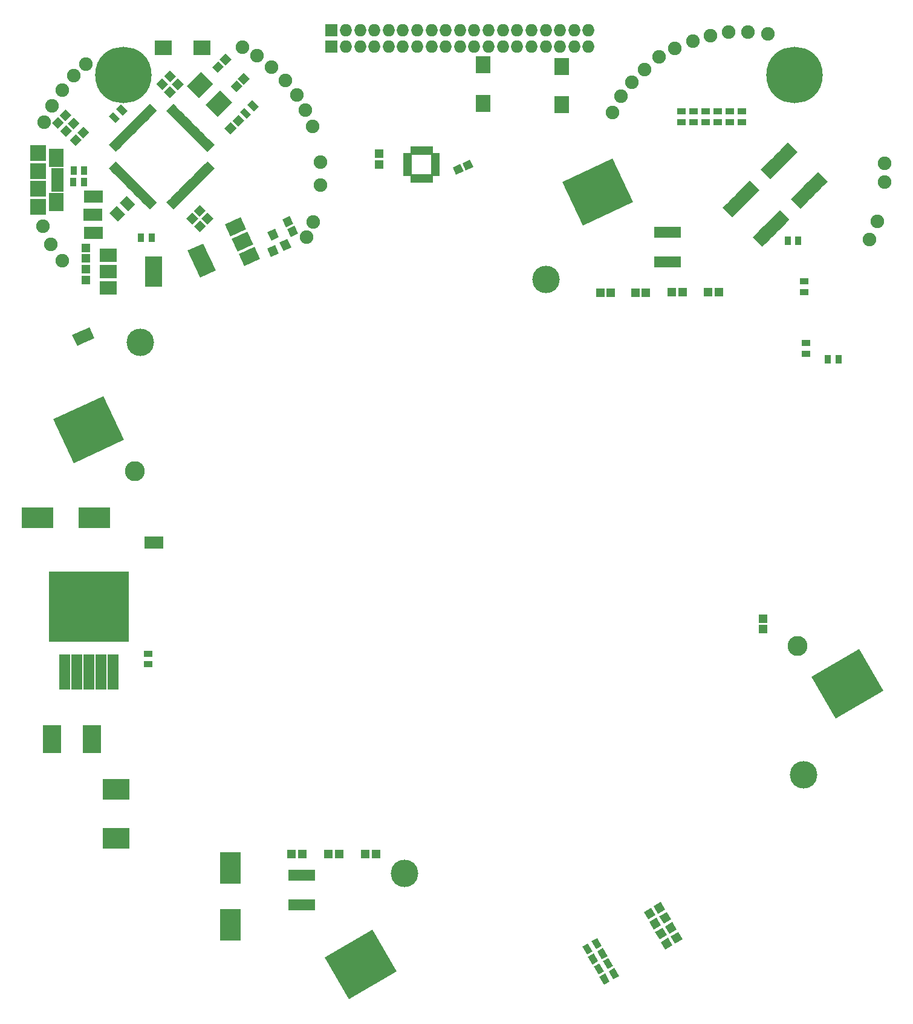
<source format=gbs>
G04 #@! TF.FileFunction,Soldermask,Bot*
%FSLAX46Y46*%
G04 Gerber Fmt 4.6, Leading zero omitted, Abs format (unit mm)*
G04 Created by KiCad (PCBNEW 4.0.6+dfsg1-1) date Wed Jun  6 23:31:45 2018*
%MOMM*%
%LPD*%
G01*
G04 APERTURE LIST*
%ADD10C,0.100000*%
%ADD11R,0.900000X1.300000*%
%ADD12R,1.750000X1.750000*%
%ADD13O,1.750000X1.750000*%
%ADD14C,7.900000*%
%ADD15R,3.700000X2.900000*%
%ADD16R,4.400000X2.900000*%
%ADD17R,2.660600X3.905200*%
%ADD18R,1.300000X0.900000*%
%ADD19R,1.200000X1.150000*%
%ADD20R,1.150000X1.200000*%
%ADD21C,3.850000*%
%ADD22C,2.790000*%
%ADD23R,1.370000X1.670000*%
%ADD24C,1.900000*%
%ADD25R,1.500000X5.000000*%
%ADD26R,11.200000X9.800000*%
%ADD27R,3.800000X1.610000*%
%ADD28R,2.900000X4.400000*%
%ADD29R,2.400000X4.200000*%
%ADD30R,2.400000X1.900000*%
%ADD31R,2.000000X2.400000*%
%ADD32R,2.400000X2.000000*%
%ADD33R,1.750000X0.800000*%
%ADD34R,2.000000X2.500000*%
%ADD35R,2.300000X2.300000*%
%ADD36R,2.300000X2.200000*%
%ADD37R,0.700000X1.250000*%
%ADD38R,1.250000X0.700000*%
G04 APERTURE END LIST*
D10*
D11*
X122500000Y-78000000D03*
X121000000Y-78000000D03*
D12*
X157175000Y-59000000D03*
D13*
X159175000Y-59000000D03*
X161175000Y-59000000D03*
X163175000Y-59000000D03*
X165175000Y-59000000D03*
X167175000Y-59000000D03*
X169175000Y-59000000D03*
X171175000Y-59000000D03*
X173175000Y-59000000D03*
X175175000Y-59000000D03*
X177175000Y-59000000D03*
X179175000Y-59000000D03*
X181175000Y-59000000D03*
X183175000Y-59000000D03*
X185175000Y-59000000D03*
X187175000Y-59000000D03*
X189175000Y-59000000D03*
X191175000Y-59000000D03*
X193175000Y-59000000D03*
D14*
X222000000Y-63000000D03*
D10*
G36*
X126911091Y-69708147D02*
X125991853Y-68788909D01*
X126628249Y-68152513D01*
X127547487Y-69071751D01*
X126911091Y-69708147D01*
X126911091Y-69708147D01*
G37*
G36*
X127971751Y-68647487D02*
X127052513Y-67728249D01*
X127688909Y-67091853D01*
X128608147Y-68011091D01*
X127971751Y-68647487D01*
X127971751Y-68647487D01*
G37*
D15*
X127010000Y-169900000D03*
X127000000Y-163000000D03*
D16*
X124000000Y-125000000D03*
X116000000Y-125000000D03*
D17*
X118000000Y-156000000D03*
X123638800Y-156000000D03*
D18*
X211250000Y-68100000D03*
X211250000Y-69600000D03*
X206200000Y-68100000D03*
X206200000Y-69600000D03*
X214610000Y-68090000D03*
X214610000Y-69590000D03*
X212940000Y-68110000D03*
X212940000Y-69610000D03*
D11*
X228150000Y-102800000D03*
X226650000Y-102800000D03*
D18*
X223600000Y-102000000D03*
X223600000Y-100500000D03*
X223400000Y-93400000D03*
X223400000Y-91900000D03*
D11*
X221050000Y-86200000D03*
X222550000Y-86200000D03*
D18*
X209590000Y-68110000D03*
X209590000Y-69610000D03*
X207880000Y-68110000D03*
X207880000Y-69610000D03*
D19*
X201200000Y-93500000D03*
X199700000Y-93500000D03*
X211400000Y-93400000D03*
X209900000Y-93400000D03*
X206350000Y-93400000D03*
X204850000Y-93400000D03*
X163400000Y-172100000D03*
X161900000Y-172100000D03*
X153100000Y-172100000D03*
X151600000Y-172100000D03*
D20*
X217600000Y-140600000D03*
X217600000Y-139100000D03*
D19*
X196300000Y-93500000D03*
X194800000Y-93500000D03*
X156750000Y-172100000D03*
X158250000Y-172100000D03*
D10*
G36*
X159614424Y-192387836D02*
X156239424Y-186542164D01*
X162942460Y-182672164D01*
X166317460Y-188517836D01*
X159614424Y-192387836D01*
X159614424Y-192387836D01*
G37*
G36*
X227735982Y-153057836D02*
X224360982Y-147212164D01*
X231064018Y-143342164D01*
X234439018Y-149187836D01*
X227735982Y-153057836D01*
X227735982Y-153057836D01*
G37*
D21*
X223241522Y-160993203D03*
X167436920Y-174736797D03*
D22*
X222455514Y-142971797D03*
D10*
G36*
X123953781Y-99826321D02*
X122712139Y-100405309D01*
X122006367Y-98891775D01*
X123248009Y-98312787D01*
X123953781Y-99826321D01*
X123953781Y-99826321D01*
G37*
G36*
X122793707Y-100367273D02*
X121552065Y-100946261D01*
X120846293Y-99432727D01*
X122087935Y-98853739D01*
X122793707Y-100367273D01*
X122793707Y-100367273D01*
G37*
D23*
X124440000Y-80020000D03*
X123160000Y-80020000D03*
X123130000Y-82530000D03*
X124410000Y-82530000D03*
D10*
G36*
X205712435Y-182980385D02*
X206312435Y-184019615D01*
X205273205Y-184619615D01*
X204673205Y-183580385D01*
X205712435Y-182980385D01*
X205712435Y-182980385D01*
G37*
G36*
X204326795Y-183780385D02*
X204926795Y-184819615D01*
X203887565Y-185419615D01*
X203287565Y-184380385D01*
X204326795Y-183780385D01*
X204326795Y-183780385D01*
G37*
G36*
X195336251Y-190337917D02*
X194686251Y-189212083D01*
X195465673Y-188762083D01*
X196115673Y-189887917D01*
X195336251Y-190337917D01*
X195336251Y-190337917D01*
G37*
G36*
X196635289Y-189587917D02*
X195985289Y-188462083D01*
X196764711Y-188012083D01*
X197414711Y-189137917D01*
X196635289Y-189587917D01*
X196635289Y-189587917D01*
G37*
G36*
X193736251Y-187537917D02*
X193086251Y-186412083D01*
X193865673Y-185962083D01*
X194515673Y-187087917D01*
X193736251Y-187537917D01*
X193736251Y-187537917D01*
G37*
G36*
X195035289Y-186787917D02*
X194385289Y-185662083D01*
X195164711Y-185212083D01*
X195814711Y-186337917D01*
X195035289Y-186787917D01*
X195035289Y-186787917D01*
G37*
D24*
X148800000Y-61900000D03*
X154600000Y-83600000D03*
X150700000Y-63800000D03*
X121100000Y-63100000D03*
X117900000Y-86700000D03*
X119500000Y-89000000D03*
X154500000Y-70200000D03*
X152300000Y-65800000D03*
X153500000Y-67900000D03*
X155590000Y-75200000D03*
X155600000Y-78400000D03*
X146700000Y-60300000D03*
X122800000Y-61500000D03*
X118000000Y-67300000D03*
X116900000Y-69600000D03*
X116730000Y-84140000D03*
D25*
X126625000Y-146575000D03*
X124925000Y-146575000D03*
X123225000Y-146575000D03*
X121525000Y-146575000D03*
X119825000Y-146575000D03*
D26*
X123225000Y-137425000D03*
D27*
X204200000Y-89210000D03*
X204200000Y-85000000D03*
X153000000Y-179210000D03*
X153000000Y-175000000D03*
D28*
X143000000Y-174000000D03*
X143000000Y-182000000D03*
D18*
X131500000Y-145500000D03*
X131500000Y-144000000D03*
D10*
G36*
X141297678Y-61049150D02*
X142110850Y-61862322D01*
X141262322Y-62710850D01*
X140449150Y-61897678D01*
X141297678Y-61049150D01*
X141297678Y-61049150D01*
G37*
G36*
X142358338Y-59988490D02*
X143171510Y-60801662D01*
X142322982Y-61650190D01*
X141509810Y-60837018D01*
X142358338Y-59988490D01*
X142358338Y-59988490D01*
G37*
G36*
X144882982Y-64340190D02*
X144069810Y-63527018D01*
X144918338Y-62678490D01*
X145731510Y-63491662D01*
X144882982Y-64340190D01*
X144882982Y-64340190D01*
G37*
G36*
X143822322Y-65400850D02*
X143009150Y-64587678D01*
X143857678Y-63739150D01*
X144670850Y-64552322D01*
X143822322Y-65400850D01*
X143822322Y-65400850D01*
G37*
G36*
X138702982Y-82850190D02*
X137889810Y-82037018D01*
X138738338Y-81188490D01*
X139551510Y-82001662D01*
X138702982Y-82850190D01*
X138702982Y-82850190D01*
G37*
G36*
X137642322Y-83910850D02*
X136829150Y-83097678D01*
X137677678Y-82249150D01*
X138490850Y-83062322D01*
X137642322Y-83910850D01*
X137642322Y-83910850D01*
G37*
G36*
X121357018Y-71289810D02*
X122170190Y-72102982D01*
X121321662Y-72951510D01*
X120508490Y-72138338D01*
X121357018Y-71289810D01*
X121357018Y-71289810D01*
G37*
G36*
X122417678Y-70229150D02*
X123230850Y-71042322D01*
X122382322Y-71890850D01*
X121569150Y-71077678D01*
X122417678Y-70229150D01*
X122417678Y-70229150D01*
G37*
G36*
X135430850Y-63217678D02*
X134617678Y-64030850D01*
X133769150Y-63182322D01*
X134582322Y-62369150D01*
X135430850Y-63217678D01*
X135430850Y-63217678D01*
G37*
G36*
X136491510Y-64278338D02*
X135678338Y-65091510D01*
X134829810Y-64242982D01*
X135642982Y-63429810D01*
X136491510Y-64278338D01*
X136491510Y-64278338D01*
G37*
D20*
X122790000Y-88700000D03*
X122790000Y-87200000D03*
D10*
G36*
X138747018Y-83329810D02*
X139560190Y-84142982D01*
X138711662Y-84991510D01*
X137898490Y-84178338D01*
X138747018Y-83329810D01*
X138747018Y-83329810D01*
G37*
G36*
X139807678Y-82269150D02*
X140620850Y-83082322D01*
X139772322Y-83930850D01*
X138959150Y-83117678D01*
X139807678Y-82269150D01*
X139807678Y-82269150D01*
G37*
G36*
X121022652Y-70600520D02*
X120209480Y-69787348D01*
X121058008Y-68938820D01*
X121871180Y-69751992D01*
X121022652Y-70600520D01*
X121022652Y-70600520D01*
G37*
G36*
X119961992Y-71661180D02*
X119148820Y-70848008D01*
X119997348Y-69999480D01*
X120810520Y-70812652D01*
X119961992Y-71661180D01*
X119961992Y-71661180D01*
G37*
G36*
X144082322Y-70230850D02*
X143269150Y-69417678D01*
X144117678Y-68569150D01*
X144930850Y-69382322D01*
X144082322Y-70230850D01*
X144082322Y-70230850D01*
G37*
G36*
X143021662Y-71291510D02*
X142208490Y-70478338D01*
X143057018Y-69629810D01*
X143870190Y-70442982D01*
X143021662Y-71291510D01*
X143021662Y-71291510D01*
G37*
D20*
X122780000Y-90200000D03*
X122780000Y-91700000D03*
D10*
G36*
X118867018Y-68869810D02*
X119680190Y-69682982D01*
X118831662Y-70531510D01*
X118018490Y-69718338D01*
X118867018Y-68869810D01*
X118867018Y-68869810D01*
G37*
G36*
X119927678Y-67809150D02*
X120740850Y-68622322D01*
X119892322Y-69470850D01*
X119079150Y-68657678D01*
X119927678Y-67809150D01*
X119927678Y-67809150D01*
G37*
G36*
X128511612Y-79921662D02*
X129678338Y-81088388D01*
X128688388Y-82078338D01*
X127521662Y-80911612D01*
X128511612Y-79921662D01*
X128511612Y-79921662D01*
G37*
G36*
X127097398Y-81335876D02*
X128264124Y-82502602D01*
X127274174Y-83492552D01*
X126107448Y-82325826D01*
X127097398Y-81335876D01*
X127097398Y-81335876D01*
G37*
G36*
X134330850Y-64317678D02*
X133517678Y-65130850D01*
X132669150Y-64282322D01*
X133482322Y-63469150D01*
X134330850Y-64317678D01*
X134330850Y-64317678D01*
G37*
G36*
X135391510Y-65378338D02*
X134578338Y-66191510D01*
X133729810Y-65342982D01*
X134542982Y-64529810D01*
X135391510Y-65378338D01*
X135391510Y-65378338D01*
G37*
D20*
X163850000Y-74050000D03*
X163850000Y-75550000D03*
D10*
G36*
X175978952Y-76374698D02*
X175492941Y-75332444D01*
X176580510Y-74825302D01*
X177066521Y-75867556D01*
X175978952Y-76374698D01*
X175978952Y-76374698D01*
G37*
G36*
X174619490Y-77008626D02*
X174133479Y-75966372D01*
X175221048Y-75459230D01*
X175707059Y-76501484D01*
X174619490Y-77008626D01*
X174619490Y-77008626D01*
G37*
G36*
X145280761Y-69138477D02*
X144361523Y-68219239D01*
X144997919Y-67582843D01*
X145917157Y-68502081D01*
X145280761Y-69138477D01*
X145280761Y-69138477D01*
G37*
G36*
X146341421Y-68077817D02*
X145422183Y-67158579D01*
X146058579Y-66522183D01*
X146977817Y-67441421D01*
X146341421Y-68077817D01*
X146341421Y-68077817D01*
G37*
D11*
X122550000Y-76400000D03*
X121050000Y-76400000D03*
D24*
X232500000Y-86000000D03*
X234600000Y-78000000D03*
X234600000Y-75400000D03*
X233600000Y-83460000D03*
D29*
X132250000Y-90500000D03*
D30*
X125950000Y-90500000D03*
X125950000Y-88200000D03*
X125950000Y-92800000D03*
D10*
G36*
X135022881Y-67025216D02*
X135482500Y-67484835D01*
X134492551Y-68474784D01*
X134032932Y-68015165D01*
X135022881Y-67025216D01*
X135022881Y-67025216D01*
G37*
G36*
X135376435Y-67378769D02*
X135836054Y-67838388D01*
X134846105Y-68828337D01*
X134386486Y-68368718D01*
X135376435Y-67378769D01*
X135376435Y-67378769D01*
G37*
G36*
X135729988Y-67732323D02*
X136189607Y-68191942D01*
X135199658Y-69181891D01*
X134740039Y-68722272D01*
X135729988Y-67732323D01*
X135729988Y-67732323D01*
G37*
G36*
X136083541Y-68085876D02*
X136543160Y-68545495D01*
X135553211Y-69535444D01*
X135093592Y-69075825D01*
X136083541Y-68085876D01*
X136083541Y-68085876D01*
G37*
G36*
X136437095Y-68439429D02*
X136896714Y-68899048D01*
X135906765Y-69888997D01*
X135447146Y-69429378D01*
X136437095Y-68439429D01*
X136437095Y-68439429D01*
G37*
G36*
X136790648Y-68792983D02*
X137250267Y-69252602D01*
X136260318Y-70242551D01*
X135800699Y-69782932D01*
X136790648Y-68792983D01*
X136790648Y-68792983D01*
G37*
G36*
X137144202Y-69146536D02*
X137603821Y-69606155D01*
X136613872Y-70596104D01*
X136154253Y-70136485D01*
X137144202Y-69146536D01*
X137144202Y-69146536D01*
G37*
G36*
X137497755Y-69500090D02*
X137957374Y-69959709D01*
X136967425Y-70949658D01*
X136507806Y-70490039D01*
X137497755Y-69500090D01*
X137497755Y-69500090D01*
G37*
G36*
X137851308Y-69853643D02*
X138310927Y-70313262D01*
X137320978Y-71303211D01*
X136861359Y-70843592D01*
X137851308Y-69853643D01*
X137851308Y-69853643D01*
G37*
G36*
X138204862Y-70207196D02*
X138664481Y-70666815D01*
X137674532Y-71656764D01*
X137214913Y-71197145D01*
X138204862Y-70207196D01*
X138204862Y-70207196D01*
G37*
G36*
X138558415Y-70560750D02*
X139018034Y-71020369D01*
X138028085Y-72010318D01*
X137568466Y-71550699D01*
X138558415Y-70560750D01*
X138558415Y-70560750D01*
G37*
G36*
X138911969Y-70914303D02*
X139371588Y-71373922D01*
X138381639Y-72363871D01*
X137922020Y-71904252D01*
X138911969Y-70914303D01*
X138911969Y-70914303D01*
G37*
G36*
X139265522Y-71267857D02*
X139725141Y-71727476D01*
X138735192Y-72717425D01*
X138275573Y-72257806D01*
X139265522Y-71267857D01*
X139265522Y-71267857D01*
G37*
G36*
X139619075Y-71621410D02*
X140078694Y-72081029D01*
X139088745Y-73070978D01*
X138629126Y-72611359D01*
X139619075Y-71621410D01*
X139619075Y-71621410D01*
G37*
G36*
X139972629Y-71974963D02*
X140432248Y-72434582D01*
X139442299Y-73424531D01*
X138982680Y-72964912D01*
X139972629Y-71974963D01*
X139972629Y-71974963D01*
G37*
G36*
X140326182Y-72328517D02*
X140785801Y-72788136D01*
X139795852Y-73778085D01*
X139336233Y-73318466D01*
X140326182Y-72328517D01*
X140326182Y-72328517D01*
G37*
G36*
X140785801Y-76076182D02*
X140326182Y-76535801D01*
X139336233Y-75545852D01*
X139795852Y-75086233D01*
X140785801Y-76076182D01*
X140785801Y-76076182D01*
G37*
G36*
X140432248Y-76429736D02*
X139972629Y-76889355D01*
X138982680Y-75899406D01*
X139442299Y-75439787D01*
X140432248Y-76429736D01*
X140432248Y-76429736D01*
G37*
G36*
X140078694Y-76783289D02*
X139619075Y-77242908D01*
X138629126Y-76252959D01*
X139088745Y-75793340D01*
X140078694Y-76783289D01*
X140078694Y-76783289D01*
G37*
G36*
X139725141Y-77136842D02*
X139265522Y-77596461D01*
X138275573Y-76606512D01*
X138735192Y-76146893D01*
X139725141Y-77136842D01*
X139725141Y-77136842D01*
G37*
G36*
X139371588Y-77490396D02*
X138911969Y-77950015D01*
X137922020Y-76960066D01*
X138381639Y-76500447D01*
X139371588Y-77490396D01*
X139371588Y-77490396D01*
G37*
G36*
X139018034Y-77843949D02*
X138558415Y-78303568D01*
X137568466Y-77313619D01*
X138028085Y-76854000D01*
X139018034Y-77843949D01*
X139018034Y-77843949D01*
G37*
G36*
X138664481Y-78197503D02*
X138204862Y-78657122D01*
X137214913Y-77667173D01*
X137674532Y-77207554D01*
X138664481Y-78197503D01*
X138664481Y-78197503D01*
G37*
G36*
X138310927Y-78551056D02*
X137851308Y-79010675D01*
X136861359Y-78020726D01*
X137320978Y-77561107D01*
X138310927Y-78551056D01*
X138310927Y-78551056D01*
G37*
G36*
X137957374Y-78904609D02*
X137497755Y-79364228D01*
X136507806Y-78374279D01*
X136967425Y-77914660D01*
X137957374Y-78904609D01*
X137957374Y-78904609D01*
G37*
G36*
X137603821Y-79258163D02*
X137144202Y-79717782D01*
X136154253Y-78727833D01*
X136613872Y-78268214D01*
X137603821Y-79258163D01*
X137603821Y-79258163D01*
G37*
G36*
X137250267Y-79611716D02*
X136790648Y-80071335D01*
X135800699Y-79081386D01*
X136260318Y-78621767D01*
X137250267Y-79611716D01*
X137250267Y-79611716D01*
G37*
G36*
X136896714Y-79965270D02*
X136437095Y-80424889D01*
X135447146Y-79434940D01*
X135906765Y-78975321D01*
X136896714Y-79965270D01*
X136896714Y-79965270D01*
G37*
G36*
X136543160Y-80318823D02*
X136083541Y-80778442D01*
X135093592Y-79788493D01*
X135553211Y-79328874D01*
X136543160Y-80318823D01*
X136543160Y-80318823D01*
G37*
G36*
X136189607Y-80672376D02*
X135729988Y-81131995D01*
X134740039Y-80142046D01*
X135199658Y-79682427D01*
X136189607Y-80672376D01*
X136189607Y-80672376D01*
G37*
G36*
X135836054Y-81025930D02*
X135376435Y-81485549D01*
X134386486Y-80495600D01*
X134846105Y-80035981D01*
X135836054Y-81025930D01*
X135836054Y-81025930D01*
G37*
G36*
X135482500Y-81379483D02*
X135022881Y-81839102D01*
X134032932Y-80849153D01*
X134492551Y-80389534D01*
X135482500Y-81379483D01*
X135482500Y-81379483D01*
G37*
G36*
X132265165Y-80389534D02*
X132724784Y-80849153D01*
X131734835Y-81839102D01*
X131275216Y-81379483D01*
X132265165Y-80389534D01*
X132265165Y-80389534D01*
G37*
G36*
X131911611Y-80035981D02*
X132371230Y-80495600D01*
X131381281Y-81485549D01*
X130921662Y-81025930D01*
X131911611Y-80035981D01*
X131911611Y-80035981D01*
G37*
G36*
X131558058Y-79682427D02*
X132017677Y-80142046D01*
X131027728Y-81131995D01*
X130568109Y-80672376D01*
X131558058Y-79682427D01*
X131558058Y-79682427D01*
G37*
G36*
X131204505Y-79328874D02*
X131664124Y-79788493D01*
X130674175Y-80778442D01*
X130214556Y-80318823D01*
X131204505Y-79328874D01*
X131204505Y-79328874D01*
G37*
G36*
X130850951Y-78975321D02*
X131310570Y-79434940D01*
X130320621Y-80424889D01*
X129861002Y-79965270D01*
X130850951Y-78975321D01*
X130850951Y-78975321D01*
G37*
G36*
X130497398Y-78621767D02*
X130957017Y-79081386D01*
X129967068Y-80071335D01*
X129507449Y-79611716D01*
X130497398Y-78621767D01*
X130497398Y-78621767D01*
G37*
G36*
X130143844Y-78268214D02*
X130603463Y-78727833D01*
X129613514Y-79717782D01*
X129153895Y-79258163D01*
X130143844Y-78268214D01*
X130143844Y-78268214D01*
G37*
G36*
X129790291Y-77914660D02*
X130249910Y-78374279D01*
X129259961Y-79364228D01*
X128800342Y-78904609D01*
X129790291Y-77914660D01*
X129790291Y-77914660D01*
G37*
G36*
X129436738Y-77561107D02*
X129896357Y-78020726D01*
X128906408Y-79010675D01*
X128446789Y-78551056D01*
X129436738Y-77561107D01*
X129436738Y-77561107D01*
G37*
G36*
X129083184Y-77207554D02*
X129542803Y-77667173D01*
X128552854Y-78657122D01*
X128093235Y-78197503D01*
X129083184Y-77207554D01*
X129083184Y-77207554D01*
G37*
G36*
X128729631Y-76854000D02*
X129189250Y-77313619D01*
X128199301Y-78303568D01*
X127739682Y-77843949D01*
X128729631Y-76854000D01*
X128729631Y-76854000D01*
G37*
G36*
X128376077Y-76500447D02*
X128835696Y-76960066D01*
X127845747Y-77950015D01*
X127386128Y-77490396D01*
X128376077Y-76500447D01*
X128376077Y-76500447D01*
G37*
G36*
X128022524Y-76146893D02*
X128482143Y-76606512D01*
X127492194Y-77596461D01*
X127032575Y-77136842D01*
X128022524Y-76146893D01*
X128022524Y-76146893D01*
G37*
G36*
X127668971Y-75793340D02*
X128128590Y-76252959D01*
X127138641Y-77242908D01*
X126679022Y-76783289D01*
X127668971Y-75793340D01*
X127668971Y-75793340D01*
G37*
G36*
X127315417Y-75439787D02*
X127775036Y-75899406D01*
X126785087Y-76889355D01*
X126325468Y-76429736D01*
X127315417Y-75439787D01*
X127315417Y-75439787D01*
G37*
G36*
X126961864Y-75086233D02*
X127421483Y-75545852D01*
X126431534Y-76535801D01*
X125971915Y-76076182D01*
X126961864Y-75086233D01*
X126961864Y-75086233D01*
G37*
G36*
X127421483Y-73318466D02*
X126961864Y-73778085D01*
X125971915Y-72788136D01*
X126431534Y-72328517D01*
X127421483Y-73318466D01*
X127421483Y-73318466D01*
G37*
G36*
X127775036Y-72964912D02*
X127315417Y-73424531D01*
X126325468Y-72434582D01*
X126785087Y-71974963D01*
X127775036Y-72964912D01*
X127775036Y-72964912D01*
G37*
G36*
X128128590Y-72611359D02*
X127668971Y-73070978D01*
X126679022Y-72081029D01*
X127138641Y-71621410D01*
X128128590Y-72611359D01*
X128128590Y-72611359D01*
G37*
G36*
X128482143Y-72257806D02*
X128022524Y-72717425D01*
X127032575Y-71727476D01*
X127492194Y-71267857D01*
X128482143Y-72257806D01*
X128482143Y-72257806D01*
G37*
G36*
X128835696Y-71904252D02*
X128376077Y-72363871D01*
X127386128Y-71373922D01*
X127845747Y-70914303D01*
X128835696Y-71904252D01*
X128835696Y-71904252D01*
G37*
G36*
X129189250Y-71550699D02*
X128729631Y-72010318D01*
X127739682Y-71020369D01*
X128199301Y-70560750D01*
X129189250Y-71550699D01*
X129189250Y-71550699D01*
G37*
G36*
X129542803Y-71197145D02*
X129083184Y-71656764D01*
X128093235Y-70666815D01*
X128552854Y-70207196D01*
X129542803Y-71197145D01*
X129542803Y-71197145D01*
G37*
G36*
X129896357Y-70843592D02*
X129436738Y-71303211D01*
X128446789Y-70313262D01*
X128906408Y-69853643D01*
X129896357Y-70843592D01*
X129896357Y-70843592D01*
G37*
G36*
X130249910Y-70490039D02*
X129790291Y-70949658D01*
X128800342Y-69959709D01*
X129259961Y-69500090D01*
X130249910Y-70490039D01*
X130249910Y-70490039D01*
G37*
G36*
X130603463Y-70136485D02*
X130143844Y-70596104D01*
X129153895Y-69606155D01*
X129613514Y-69146536D01*
X130603463Y-70136485D01*
X130603463Y-70136485D01*
G37*
G36*
X130957017Y-69782932D02*
X130497398Y-70242551D01*
X129507449Y-69252602D01*
X129967068Y-68792983D01*
X130957017Y-69782932D01*
X130957017Y-69782932D01*
G37*
G36*
X131310570Y-69429378D02*
X130850951Y-69888997D01*
X129861002Y-68899048D01*
X130320621Y-68439429D01*
X131310570Y-69429378D01*
X131310570Y-69429378D01*
G37*
G36*
X131664124Y-69075825D02*
X131204505Y-69535444D01*
X130214556Y-68545495D01*
X130674175Y-68085876D01*
X131664124Y-69075825D01*
X131664124Y-69075825D01*
G37*
G36*
X132017677Y-68722272D02*
X131558058Y-69181891D01*
X130568109Y-68191942D01*
X131027728Y-67732323D01*
X132017677Y-68722272D01*
X132017677Y-68722272D01*
G37*
G36*
X132371230Y-68368718D02*
X131911611Y-68828337D01*
X130921662Y-67838388D01*
X131381281Y-67378769D01*
X132371230Y-68368718D01*
X132371230Y-68368718D01*
G37*
G36*
X132724784Y-68015165D02*
X132265165Y-68474784D01*
X131275216Y-67484835D01*
X131734835Y-67025216D01*
X132724784Y-68015165D01*
X132724784Y-68015165D01*
G37*
G36*
X136945226Y-64525125D02*
X138925125Y-62545226D01*
X140622182Y-64242283D01*
X138642283Y-66222182D01*
X136945226Y-64525125D01*
X136945226Y-64525125D01*
G37*
G36*
X139561522Y-67141421D02*
X141541421Y-65161522D01*
X143238478Y-66858579D01*
X141258579Y-68838478D01*
X139561522Y-67141421D01*
X139561522Y-67141421D01*
G37*
D23*
X132950000Y-128470000D03*
X131670000Y-128470000D03*
X124470000Y-85070000D03*
X123190000Y-85070000D03*
D10*
G36*
X204119615Y-180180385D02*
X204719615Y-181219615D01*
X203680385Y-181819615D01*
X203080385Y-180780385D01*
X204119615Y-180180385D01*
X204119615Y-180180385D01*
G37*
G36*
X202733975Y-180980385D02*
X203333975Y-182019615D01*
X202294745Y-182619615D01*
X201694745Y-181580385D01*
X202733975Y-180980385D01*
X202733975Y-180980385D01*
G37*
G36*
X204912435Y-181580385D02*
X205512435Y-182619615D01*
X204473205Y-183219615D01*
X203873205Y-182180385D01*
X204912435Y-181580385D01*
X204912435Y-181580385D01*
G37*
G36*
X203526795Y-182380385D02*
X204126795Y-183419615D01*
X203087565Y-184019615D01*
X202487565Y-182980385D01*
X203526795Y-182380385D01*
X203526795Y-182380385D01*
G37*
G36*
X203312435Y-178780385D02*
X203912435Y-179819615D01*
X202873205Y-180419615D01*
X202273205Y-179380385D01*
X203312435Y-178780385D01*
X203312435Y-178780385D01*
G37*
G36*
X201926795Y-179580385D02*
X202526795Y-180619615D01*
X201487565Y-181219615D01*
X200887565Y-180180385D01*
X201926795Y-179580385D01*
X201926795Y-179580385D01*
G37*
G36*
X139200071Y-86589612D02*
X140975068Y-90396104D01*
X138799929Y-91410388D01*
X137024932Y-87603896D01*
X139200071Y-86589612D01*
X139200071Y-86589612D01*
G37*
G36*
X145395822Y-84969370D02*
X146198797Y-86691354D01*
X144023658Y-87705638D01*
X143220683Y-85983654D01*
X145395822Y-84969370D01*
X145395822Y-84969370D01*
G37*
G36*
X146367844Y-87053878D02*
X147170819Y-88775862D01*
X144995680Y-89790146D01*
X144192705Y-88068162D01*
X146367844Y-87053878D01*
X146367844Y-87053878D01*
G37*
G36*
X144423800Y-82884863D02*
X145226775Y-84606847D01*
X143051636Y-85621131D01*
X142248661Y-83899147D01*
X144423800Y-82884863D01*
X144423800Y-82884863D01*
G37*
G36*
X194536251Y-188937917D02*
X193886251Y-187812083D01*
X194665673Y-187362083D01*
X195315673Y-188487917D01*
X194536251Y-188937917D01*
X194536251Y-188937917D01*
G37*
G36*
X195835289Y-188187917D02*
X195185289Y-187062083D01*
X195964711Y-186612083D01*
X196614711Y-187737917D01*
X195835289Y-188187917D01*
X195835289Y-188187917D01*
G37*
D11*
X132010000Y-85800000D03*
X130510000Y-85800000D03*
D10*
G36*
X192935770Y-186137917D02*
X192285770Y-185012083D01*
X193065192Y-184562083D01*
X193715192Y-185687917D01*
X192935770Y-186137917D01*
X192935770Y-186137917D01*
G37*
G36*
X194234808Y-185387917D02*
X193584808Y-184262083D01*
X194364230Y-183812083D01*
X195014230Y-184937917D01*
X194234808Y-185387917D01*
X194234808Y-185387917D01*
G37*
D24*
X144700000Y-59100000D03*
X119500000Y-65100000D03*
X153690000Y-85720000D03*
D10*
G36*
X226631891Y-77911612D02*
X226030850Y-78512653D01*
X224687347Y-77169150D01*
X225288388Y-76568109D01*
X226631891Y-77911612D01*
X226631891Y-77911612D01*
G37*
G36*
X226172272Y-78371231D02*
X225571231Y-78972272D01*
X224227728Y-77628769D01*
X224828769Y-77027728D01*
X226172272Y-78371231D01*
X226172272Y-78371231D01*
G37*
G36*
X225712652Y-78830851D02*
X225111611Y-79431892D01*
X223768108Y-78088389D01*
X224369149Y-77487348D01*
X225712652Y-78830851D01*
X225712652Y-78830851D01*
G37*
G36*
X225253033Y-79290470D02*
X224651992Y-79891511D01*
X223308489Y-78548008D01*
X223909530Y-77946967D01*
X225253033Y-79290470D01*
X225253033Y-79290470D01*
G37*
G36*
X224793413Y-79750090D02*
X224192372Y-80351131D01*
X222848869Y-79007628D01*
X223449910Y-78406587D01*
X224793413Y-79750090D01*
X224793413Y-79750090D01*
G37*
G36*
X224333794Y-80209709D02*
X223732753Y-80810750D01*
X222389250Y-79467247D01*
X222990291Y-78866206D01*
X224333794Y-80209709D01*
X224333794Y-80209709D01*
G37*
G36*
X223874174Y-80669329D02*
X223273133Y-81270370D01*
X221929630Y-79926867D01*
X222530671Y-79325826D01*
X223874174Y-80669329D01*
X223874174Y-80669329D01*
G37*
G36*
X223414555Y-81128948D02*
X222813514Y-81729989D01*
X221470011Y-80386486D01*
X222071052Y-79785445D01*
X223414555Y-81128948D01*
X223414555Y-81128948D01*
G37*
G36*
X219242625Y-76957018D02*
X218641584Y-77558059D01*
X217298081Y-76214556D01*
X217899122Y-75613515D01*
X219242625Y-76957018D01*
X219242625Y-76957018D01*
G37*
G36*
X219702244Y-76497399D02*
X219101203Y-77098440D01*
X217757700Y-75754937D01*
X218358741Y-75153896D01*
X219702244Y-76497399D01*
X219702244Y-76497399D01*
G37*
G36*
X220161864Y-76037779D02*
X219560823Y-76638820D01*
X218217320Y-75295317D01*
X218818361Y-74694276D01*
X220161864Y-76037779D01*
X220161864Y-76037779D01*
G37*
G36*
X220621483Y-75578160D02*
X220020442Y-76179201D01*
X218676939Y-74835698D01*
X219277980Y-74234657D01*
X220621483Y-75578160D01*
X220621483Y-75578160D01*
G37*
G36*
X221081103Y-75118540D02*
X220480062Y-75719581D01*
X219136559Y-74376078D01*
X219737600Y-73775037D01*
X221081103Y-75118540D01*
X221081103Y-75118540D01*
G37*
G36*
X221540722Y-74658921D02*
X220939681Y-75259962D01*
X219596178Y-73916459D01*
X220197219Y-73315418D01*
X221540722Y-74658921D01*
X221540722Y-74658921D01*
G37*
G36*
X222000342Y-74199301D02*
X221399301Y-74800342D01*
X220055798Y-73456839D01*
X220656839Y-72855798D01*
X222000342Y-74199301D01*
X222000342Y-74199301D01*
G37*
G36*
X222459961Y-73739682D02*
X221858920Y-74340723D01*
X220515417Y-72997220D01*
X221116458Y-72396179D01*
X222459961Y-73739682D01*
X222459961Y-73739682D01*
G37*
G36*
X221289608Y-83253895D02*
X220688567Y-83854936D01*
X219345064Y-82511433D01*
X219946105Y-81910392D01*
X221289608Y-83253895D01*
X221289608Y-83253895D01*
G37*
G36*
X220829989Y-83713514D02*
X220228948Y-84314555D01*
X218885445Y-82971052D01*
X219486486Y-82370011D01*
X220829989Y-83713514D01*
X220829989Y-83713514D01*
G37*
G36*
X220370369Y-84173134D02*
X219769328Y-84774175D01*
X218425825Y-83430672D01*
X219026866Y-82829631D01*
X220370369Y-84173134D01*
X220370369Y-84173134D01*
G37*
G36*
X219910750Y-84632753D02*
X219309709Y-85233794D01*
X217966206Y-83890291D01*
X218567247Y-83289250D01*
X219910750Y-84632753D01*
X219910750Y-84632753D01*
G37*
G36*
X219451130Y-85092373D02*
X218850089Y-85693414D01*
X217506586Y-84349911D01*
X218107627Y-83748870D01*
X219451130Y-85092373D01*
X219451130Y-85092373D01*
G37*
G36*
X218991511Y-85551992D02*
X218390470Y-86153033D01*
X217046967Y-84809530D01*
X217648008Y-84208489D01*
X218991511Y-85551992D01*
X218991511Y-85551992D01*
G37*
G36*
X218531891Y-86011612D02*
X217930850Y-86612653D01*
X216587347Y-85269150D01*
X217188388Y-84668109D01*
X218531891Y-86011612D01*
X218531891Y-86011612D01*
G37*
G36*
X218072272Y-86471231D02*
X217471231Y-87072272D01*
X216127728Y-85728769D01*
X216728769Y-85127728D01*
X218072272Y-86471231D01*
X218072272Y-86471231D01*
G37*
G36*
X213900342Y-82299301D02*
X213299301Y-82900342D01*
X211955798Y-81556839D01*
X212556839Y-80955798D01*
X213900342Y-82299301D01*
X213900342Y-82299301D01*
G37*
G36*
X214359961Y-81839682D02*
X213758920Y-82440723D01*
X212415417Y-81097220D01*
X213016458Y-80496179D01*
X214359961Y-81839682D01*
X214359961Y-81839682D01*
G37*
G36*
X214819581Y-81380062D02*
X214218540Y-81981103D01*
X212875037Y-80637600D01*
X213476078Y-80036559D01*
X214819581Y-81380062D01*
X214819581Y-81380062D01*
G37*
G36*
X215279200Y-80920443D02*
X214678159Y-81521484D01*
X213334656Y-80177981D01*
X213935697Y-79576940D01*
X215279200Y-80920443D01*
X215279200Y-80920443D01*
G37*
G36*
X215738820Y-80460823D02*
X215137779Y-81061864D01*
X213794276Y-79718361D01*
X214395317Y-79117320D01*
X215738820Y-80460823D01*
X215738820Y-80460823D01*
G37*
G36*
X216198439Y-80001204D02*
X215597398Y-80602245D01*
X214253895Y-79258742D01*
X214854936Y-78657701D01*
X216198439Y-80001204D01*
X216198439Y-80001204D01*
G37*
G36*
X216658059Y-79541584D02*
X216057018Y-80142625D01*
X214713515Y-78799122D01*
X215314556Y-78198081D01*
X216658059Y-79541584D01*
X216658059Y-79541584D01*
G37*
G36*
X217117678Y-79081965D02*
X216516637Y-79683006D01*
X215173134Y-78339503D01*
X215774175Y-77738462D01*
X217117678Y-79081965D01*
X217117678Y-79081965D01*
G37*
D14*
X128000000Y-63000000D03*
D31*
X178400000Y-61600000D03*
X178400000Y-67000000D03*
D24*
X196500000Y-68250000D03*
X197750000Y-66000000D03*
X199250000Y-64000000D03*
X201000000Y-62250000D03*
X203000000Y-60500000D03*
X205250000Y-59250000D03*
X207750000Y-58250000D03*
X210250000Y-57500000D03*
X212750000Y-57000000D03*
X215500000Y-57000000D03*
X218250000Y-57250000D03*
D12*
X157175000Y-56775000D03*
D13*
X159175000Y-56775000D03*
X161175000Y-56775000D03*
X163175000Y-56775000D03*
X165175000Y-56775000D03*
X167175000Y-56775000D03*
X169175000Y-56775000D03*
X171175000Y-56775000D03*
X173175000Y-56775000D03*
X175175000Y-56775000D03*
X177175000Y-56775000D03*
X179175000Y-56775000D03*
X181175000Y-56775000D03*
X183175000Y-56775000D03*
X185175000Y-56775000D03*
X187175000Y-56775000D03*
X189175000Y-56775000D03*
X191175000Y-56775000D03*
X193175000Y-56775000D03*
D10*
G36*
X150942266Y-84578952D02*
X151984520Y-84092941D01*
X152491662Y-85180510D01*
X151449408Y-85666521D01*
X150942266Y-84578952D01*
X150942266Y-84578952D01*
G37*
G36*
X150308338Y-83219490D02*
X151350592Y-82733479D01*
X151857734Y-83821048D01*
X150815480Y-84307059D01*
X150308338Y-83219490D01*
X150308338Y-83219490D01*
G37*
D31*
X189400000Y-61800000D03*
X189400000Y-67200000D03*
D32*
X133600000Y-59200000D03*
X139000000Y-59200000D03*
D10*
G36*
X151524716Y-87146657D02*
X150437146Y-87653799D01*
X149887742Y-86475599D01*
X150975312Y-85968457D01*
X151524716Y-87146657D01*
X151524716Y-87146657D01*
G37*
G36*
X149802731Y-87949632D02*
X148715161Y-88456774D01*
X148165757Y-87278574D01*
X149253327Y-86771432D01*
X149802731Y-87949632D01*
X149802731Y-87949632D01*
G37*
G36*
X149818487Y-85735529D02*
X148730917Y-86242671D01*
X148181513Y-85064471D01*
X149269083Y-84557329D01*
X149818487Y-85735529D01*
X149818487Y-85735529D01*
G37*
D33*
X118775000Y-77700000D03*
X118775000Y-78350000D03*
X118775000Y-76400000D03*
X118775000Y-77050000D03*
X118775000Y-79000000D03*
D34*
X118650000Y-74600000D03*
X118650000Y-80800000D03*
D35*
X116100000Y-76500000D03*
X116100000Y-78900000D03*
D36*
X116100000Y-73900000D03*
X116100000Y-81500000D03*
D10*
G36*
X196531119Y-74697905D02*
X199383792Y-80815482D01*
X192368969Y-84086547D01*
X189516296Y-77968970D01*
X196531119Y-74697905D01*
X196531119Y-74697905D01*
G37*
G36*
X125240949Y-107941057D02*
X128093622Y-114058634D01*
X121078799Y-117329699D01*
X118226126Y-111212122D01*
X125240949Y-107941057D01*
X125240949Y-107941057D01*
G37*
D21*
X130409918Y-100427604D03*
X187200000Y-91600000D03*
D22*
X129622266Y-118448938D03*
D37*
X171050000Y-77500000D03*
X170550000Y-77500000D03*
X170050000Y-77500000D03*
X169550000Y-77500000D03*
X169050000Y-77500000D03*
X168550000Y-77500000D03*
D38*
X167850000Y-76800000D03*
X167850000Y-76300000D03*
X167850000Y-75800000D03*
X167850000Y-75300000D03*
X167850000Y-74800000D03*
X167850000Y-74300000D03*
D37*
X168550000Y-73600000D03*
X169050000Y-73600000D03*
X169550000Y-73600000D03*
X170050000Y-73600000D03*
X170550000Y-73600000D03*
X171050000Y-73600000D03*
D38*
X171750000Y-74300000D03*
X171750000Y-74800000D03*
X171750000Y-75300000D03*
X171750000Y-75800000D03*
X171750000Y-76300000D03*
X171750000Y-76800000D03*
M02*

</source>
